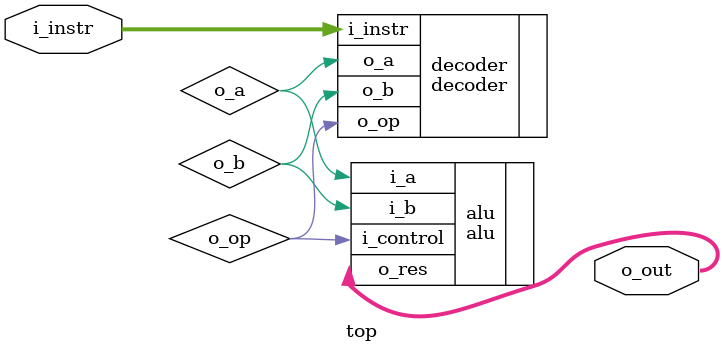
<source format=sv>
module top (
        input logic [11:0] i_instr,
        output logic [4:0] o_out
        );
    wire o_op;
    wire o_a;
    wire o_b;
    decoder decoder(.i_instr (i_instr), 
          .o_op (o_op),
          .o_a (o_a),
          .o_b (o_b)
          );
    alu alu(
           .i_a (o_a), 
          .i_b (o_b),
          .i_control (o_op),
          .o_res (o_out)
          );
endmodule

</source>
